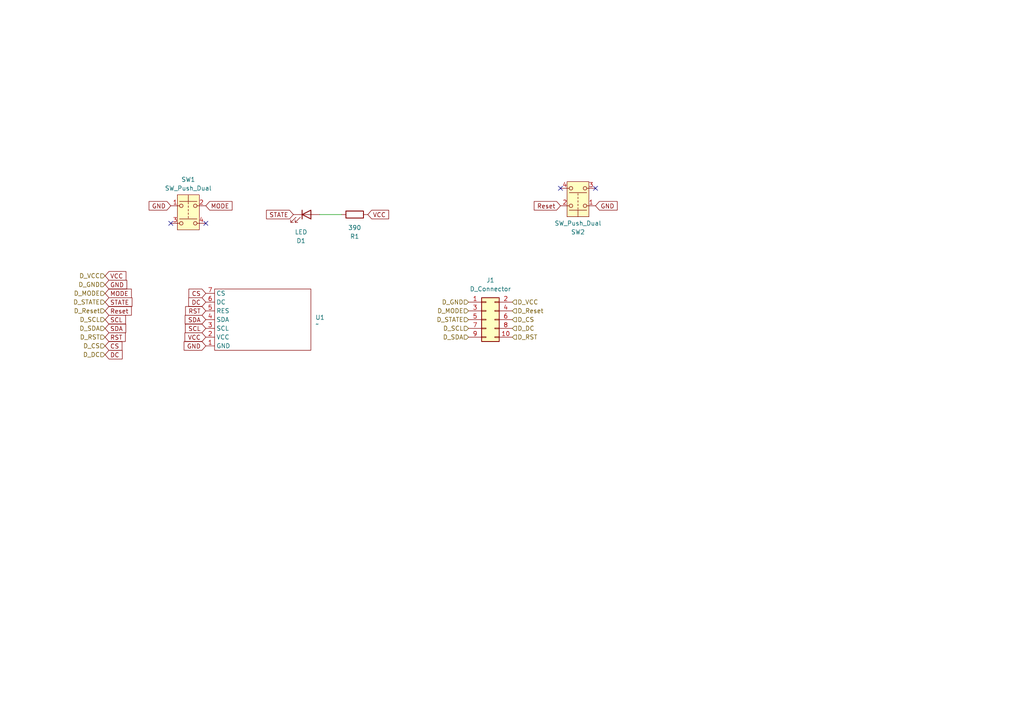
<source format=kicad_sch>
(kicad_sch (version 20250114) (generator "eeschema") (generator_version "9.0")
  (paper "A4")
  (lib_symbols
    (symbol "Connector_Generic:Conn_02x05_Odd_Even" (pin_names (offset 1.016) (hide yes))
      (property "Reference" "J" (at 1.27 7.62 0))
      (property "Value" "Conn_02x05_Odd_Even" (at 1.27 -7.62 0))
      (symbol "Conn_02x05_Odd_Even_1_1"
        (rectangle (start -1.27 6.35) (end 3.81 -6.35) (stroke (width 0.254)) (fill (type background)))
        (rectangle (start -1.27 5.207) (end 0 4.953) (stroke (width 0.1524)))
        (rectangle (start -1.27 2.667) (end 0 2.413) (stroke (width 0.1524)))
        (rectangle (start -1.27 0.127) (end 0 -0.127) (stroke (width 0.1524)))
        (rectangle (start -1.27 -2.413) (end 0 -2.667) (stroke (width 0.1524)))
        (rectangle (start -1.27 -4.953) (end 0 -5.207) (stroke (width 0.1524)))
        (rectangle (start 3.81 5.207) (end 2.54 4.953) (stroke (width 0.1524)))
        (rectangle (start 3.81 2.667) (end 2.54 2.413) (stroke (width 0.1524)))
        (rectangle (start 3.81 0.127) (end 2.54 -0.127) (stroke (width 0.1524)))
        (rectangle (start 3.81 -2.413) (end 2.54 -2.667) (stroke (width 0.1524)))
        (rectangle (start 3.81 -4.953) (end 2.54 -5.207) (stroke (width 0.1524)))
        (pin passive line (at -5.08 5.08 0) (length 3.81) (name "Pin_1") (number "1"))
        (pin passive line (at -5.08 2.54 0) (length 3.81) (name "Pin_3") (number "3"))
        (pin passive line (at -5.08 0 0) (length 3.81) (name "Pin_5") (number "5"))
        (pin passive line (at -5.08 -2.54 0) (length 3.81) (name "Pin_7") (number "7"))
        (pin passive line (at -5.08 -5.08 0) (length 3.81) (name "Pin_9") (number "9"))
        (pin passive line (at 7.62 5.08 180) (length 3.81) (name "Pin_2") (number "2"))
        (pin passive line (at 7.62 2.54 180) (length 3.81) (name "Pin_4") (number "4"))
        (pin passive line (at 7.62 0 180) (length 3.81) (name "Pin_6") (number "6"))
        (pin passive line (at 7.62 -2.54 180) (length 3.81) (name "Pin_8") (number "8"))
        (pin passive line (at 7.62 -5.08 180) (length 3.81) (name "Pin_10") (number "10"))
      )
    )
    (symbol "Device:LED" (pin_numbers (hide yes)) (pin_names (offset 1.016) (hide yes))
      (property "Reference" "D" (at 0 2.54 0))
      (property "Value" "LED" (at 0 -2.54 0))
      (symbol "LED_0_1"
        (polyline (pts (xy -3.048 -0.762) (xy -4.572 -2.286) (xy -3.81 -2.286) (xy -4.572 -2.286) (xy -4.572 -1.524)))
        (polyline (pts (xy -1.778 -0.762) (xy -3.302 -2.286) (xy -2.54 -2.286) (xy -3.302 -2.286) (xy -3.302 -1.524)))
        (polyline (pts (xy -1.27 0) (xy 1.27 0)))
        (polyline (pts (xy -1.27 -1.27) (xy -1.27 1.27)) (stroke (width 0.254)))
        (polyline (pts (xy 1.27 -1.27) (xy 1.27 1.27) (xy -1.27 0) (xy 1.27 -1.27)) (stroke (width 0.254)))
      )
      (symbol "LED_1_1"
        (pin passive line (at -3.81 0 0) (length 2.54) (name "K") (number "1"))
        (pin passive line (at 3.81 0 180) (length 2.54) (name "A") (number "2"))
      )
    )
    (symbol "Device:R" (pin_numbers (hide yes)) (pin_names (offset 0))
      (property "Reference" "R" (at 2.032 0 90))
      (property "Value" "R" (at 0 0 90))
      (symbol "R_0_1"
        (rectangle (start -1.016 -2.54) (end 1.016 2.54) (stroke (width 0.254)))
      )
      (symbol "R_1_1"
        (pin passive line (at 0 3.81 270) (length 1.27) (name "~") (number "1"))
        (pin passive line (at 0 -3.81 90) (length 1.27) (name "~") (number "2"))
      )
    )
    (symbol "My Library:OLED 128x64 SPI"
      (property "Reference" "U" (at -4.826 -0.254 0))
      (symbol "OLED 128x64 SPI_0_1"
        (rectangle (start -16.51 8.89) (end 11.43 -8.89))
      )
      (symbol "OLED 128x64 SPI_1_1"
        (pin input line (at -19.05 7.62 0) (length 2.54) (name "CS") (number "7"))
        (pin input line (at -19.05 5.08 0) (length 2.54) (name "DC") (number "6"))
        (pin input line (at -19.05 2.54 0) (length 2.54) (name "RES") (number "5"))
        (pin input line (at -19.05 0 0) (length 2.54) (name "SDA") (number "4"))
        (pin input line (at -19.05 -2.54 0) (length 2.54) (name "SCL") (number "3"))
        (pin input line (at -19.05 -5.08 0) (length 2.54) (name "VCC") (number "2"))
        (pin input line (at -19.05 -7.62 0) (length 2.54) (name "GND") (number "1"))
      )
    )
    (symbol "Switch:SW_Push_Dual" (pin_names (offset 1.016) (hide yes))
      (property "Reference" "SW" (at 0 7.62 0))
      (property "Value" "SW_Push_Dual" (at 0 -6.35 0))
      (symbol "SW_Push_Dual_0_1"
        (circle (center -2.032 2.54) (radius 0.508))
        (circle (center -2.032 -2.54) (radius 0.508))
        (polyline (pts (xy 0 3.81) (xy 0 5.588)))
        (polyline (pts (xy 0 3.048) (xy 0 3.556)))
        (polyline (pts (xy 0 2.032) (xy 0 2.54)))
        (polyline (pts (xy 0 1.016) (xy 0 1.524)))
        (polyline (pts (xy 0 0.508) (xy 0 0)))
        (polyline (pts (xy 0 -0.508) (xy 0 -1.016)))
        (circle (center 2.032 2.54) (radius 0.508))
        (circle (center 2.032 -2.54) (radius 0.508))
        (polyline (pts (xy 2.54 3.81) (xy -2.54 3.81)))
        (polyline (pts (xy 2.54 -1.27) (xy -2.54 -1.27)))
        (pin passive line (at -5.08 2.54 0) (length 2.54) (name "1") (number "1"))
        (pin passive line (at -5.08 -2.54 0) (length 2.54) (name "3") (number "3"))
        (pin passive line (at 5.08 2.54 180) (length 2.54) (name "2") (number "2"))
        (pin passive line (at 5.08 -2.54 180) (length 2.54) (name "4") (number "4"))
      )
      (symbol "SW_Push_Dual_1_1"
        (rectangle (start -3.175 5.715) (end 3.175 -4.445) (fill (type background)))
      )
    )
  )
  (no_connect (at 59.69 64.77))
  (no_connect (at 172.72 54.61))
  (no_connect (at 49.53 64.77))
  (no_connect (at 162.56 54.61))
  (wire (pts (xy 99.06 62.23) (xy 92.71 62.23)))
  (global_label "Reset" (shape input) (at 162.56 59.69 180) (property "Intersheetrefs" "${INTERSHEET_REFS}" (effects (hide yes))))
  (global_label "SDA" (shape input) (at 59.69 92.71 180) (property "Intersheetrefs" "${INTERSHEET_REFS}" (effects (hide yes))))
  (global_label "RST" (shape input) (at 30.48 97.79 0) (property "Intersheetrefs" "${INTERSHEET_REFS}" (effects (hide yes))))
  (global_label "RST" (shape input) (at 59.69 90.17 180) (property "Intersheetrefs" "${INTERSHEET_REFS}" (effects (hide yes))))
  (global_label "GND" (shape input) (at 172.72 59.69 0) (property "Intersheetrefs" "${INTERSHEET_REFS}" (effects (hide yes))))
  (global_label "GND" (shape input) (at 30.48 82.55 0) (property "Intersheetrefs" "${INTERSHEET_REFS}" (effects (hide yes))))
  (global_label "DC" (shape input) (at 30.48 102.87 0) (property "Intersheetrefs" "${INTERSHEET_REFS}" (effects (hide yes))))
  (global_label "DC" (shape input) (at 59.69 87.63 180) (property "Intersheetrefs" "${INTERSHEET_REFS}" (effects (hide yes))))
  (global_label "SCL" (shape input) (at 30.48 92.71 0) (property "Intersheetrefs" "${INTERSHEET_REFS}" (effects (hide yes))))
  (global_label "Reset" (shape input) (at 30.48 90.17 0) (property "Intersheetrefs" "${INTERSHEET_REFS}" (effects (hide yes))))
  (global_label "VCC" (shape input) (at 59.69 97.79 180) (property "Intersheetrefs" "${INTERSHEET_REFS}" (effects (hide yes))))
  (global_label "GND" (shape input) (at 49.53 59.69 180) (property "Intersheetrefs" "${INTERSHEET_REFS}" (effects (hide yes))))
  (global_label "GND" (shape input) (at 59.69 100.33 180) (property "Intersheetrefs" "${INTERSHEET_REFS}" (effects (hide yes))))
  (global_label "MODE" (shape input) (at 30.48 85.09 0) (property "Intersheetrefs" "${INTERSHEET_REFS}" (effects (hide yes))))
  (global_label "VCC" (shape input) (at 106.68 62.23 0) (property "Intersheetrefs" "${INTERSHEET_REFS}" (effects (hide yes))))
  (global_label "STATE" (shape input) (at 85.09 62.23 180) (property "Intersheetrefs" "${INTERSHEET_REFS}" (effects (hide yes))))
  (global_label "STATE" (shape input) (at 30.48 87.63 0) (property "Intersheetrefs" "${INTERSHEET_REFS}" (effects (hide yes))))
  (global_label "SCL" (shape input) (at 59.69 95.25 180) (property "Intersheetrefs" "${INTERSHEET_REFS}" (effects (hide yes))))
  (global_label "SDA" (shape input) (at 30.48 95.25 0) (property "Intersheetrefs" "${INTERSHEET_REFS}" (effects (hide yes))))
  (global_label "VCC" (shape input) (at 30.48 80.01 0) (property "Intersheetrefs" "${INTERSHEET_REFS}" (effects (hide yes))))
  (global_label "MODE" (shape input) (at 59.69 59.69 0) (property "Intersheetrefs" "${INTERSHEET_REFS}" (effects (hide yes))))
  (global_label "CS" (shape input) (at 30.48 100.33 0) (property "Intersheetrefs" "${INTERSHEET_REFS}" (effects (hide yes))))
  (global_label "CS" (shape input) (at 59.69 85.09 180) (property "Intersheetrefs" "${INTERSHEET_REFS}" (effects (hide yes))))
  (hierarchical_label "D_RST" (shape input) (at 30.48 97.79 180))
  (hierarchical_label "D_Reset" (shape input) (at 148.59 90.17 0))
  (hierarchical_label "D_MODE" (shape input) (at 135.89 90.17 180))
  (hierarchical_label "D_RST" (shape input) (at 148.59 97.79 0))
  (hierarchical_label "D_SCL" (shape input) (at 30.48 92.71 180))
  (hierarchical_label "D_SDA" (shape input) (at 30.48 95.25 180))
  (hierarchical_label "D_VCC" (shape input) (at 30.48 80.01 180))
  (hierarchical_label "D_CS" (shape input) (at 148.59 92.71 0))
  (hierarchical_label "D_DC" (shape input) (at 30.48 102.87 180))
  (hierarchical_label "D_STATE" (shape input) (at 30.48 87.63 180))
  (hierarchical_label "D_SCL" (shape input) (at 135.89 95.25 180))
  (hierarchical_label "D_CS" (shape input) (at 30.48 100.33 180))
  (hierarchical_label "D_Reset" (shape input) (at 30.48 90.17 180))
  (hierarchical_label "D_MODE" (shape input) (at 30.48 85.09 180))
  (hierarchical_label "D_VCC" (shape input) (at 148.59 87.63 0))
  (hierarchical_label "D_DC" (shape input) (at 148.59 95.25 0))
  (hierarchical_label "D_GND" (shape input) (at 135.89 87.63 180))
  (hierarchical_label "D_GND" (shape input) (at 30.48 82.55 180))
  (hierarchical_label "D_STATE" (shape input) (at 135.89 92.71 180))
  (hierarchical_label "D_SDA" (shape input) (at 135.89 97.79 180))
  (symbol (lib_id "Connector_Generic:Conn_02x05_Odd_Even") (at 140.97 92.71 0) (unit 1)
    (property "Reference" "J1" (at 142.24 81.28 0))
    (property "Value" "D_Connector" (at 142.24 83.82 0))
    (property "Footprint" "My Library:WSL 10G" (effects (hide yes)))
    (property "Description" "Generic connector, double row, 02x05, odd/even pin numbering scheme (row 1 odd numbers, row 2 even numbers), script generated (kicad-library-utils/schlib/autogen/connector/)" (effects (hide yes)))
  )
  (symbol (lib_id "Device:R") (at 102.87 62.23 270) (unit 1)
    (property "Reference" "R1" (at 102.87 68.58 90))
    (property "Value" "390" (at 102.87 66.04 90))
    (property "Footprint" "Resistor_THT:R_Axial_DIN0207_L6.3mm_D2.5mm_P10.16mm_Horizontal" (effects (hide yes)))
    (property "Description" "Resistor" (effects (hide yes)))
  )
  (symbol (lib_id "Device:LED") (at 88.9 62.23 0) (unit 1)
    (property "Reference" "D1" (at 87.3125 69.85 0))
    (property "Value" "LED" (at 87.3125 67.31 0))
    (property "Footprint" "LED_THT:LED_D3.0mm_Clear" (effects (hide yes)))
    (property "Description" "Light emitting diode" (effects (hide yes)))
  )
  (symbol (lib_id "My Library:OLED 128x64 SPI") (at 78.74 92.71 0) (unit 1)
    (property "Reference" "U1" (at 91.44 92.0749 0) (effects (justify left)))
    (property "Value" "~" (at 91.44 93.98 0) (effects (justify left)))
    (property "Footprint" "My Library:OLED 128x64 SPI" (effects (hide yes)))
  )
  (symbol (lib_id "Switch:SW_Push_Dual") (at 167.64 57.15 180) (unit 1)
    (property "Reference" "SW2" (at 167.64 67.31 0))
    (property "Value" "SW_Push_Dual" (at 167.64 64.77 0))
    (property "Footprint" "My Library:SW_PUSH_6mm_H4.3mm" (effects (hide yes)))
    (property "Description" "Push button switch, generic, symbol, four pins" (effects (hide yes)))
  )
  (symbol (lib_id "Switch:SW_Push_Dual") (at 54.61 62.23 0) (unit 1)
    (property "Reference" "SW1" (at 54.61 52.07 0))
    (property "Value" "SW_Push_Dual" (at 54.61 54.61 0))
    (property "Footprint" "My Library:SW_PUSH_6mm_H4.3mm" (effects (hide yes)))
    (property "Description" "Push button switch, generic, symbol, four pins" (effects (hide yes)))
  )
)
</source>
